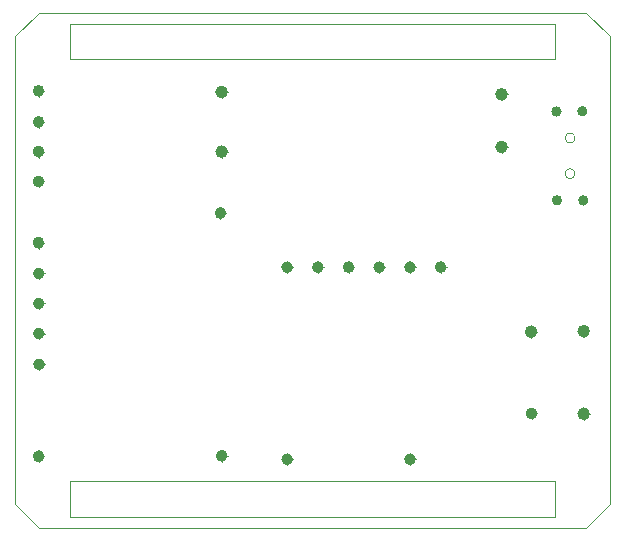
<source format=gbr>
%TF.GenerationSoftware,KiCad,Pcbnew,9.0.3*%
%TF.CreationDate,2025-08-13T01:08:13-07:00*%
%TF.ProjectId,TGslimeblahbal,5447736c-696d-4656-926c-616862616c2e,rev?*%
%TF.SameCoordinates,Original*%
%TF.FileFunction,Profile,NP*%
%FSLAX46Y46*%
G04 Gerber Fmt 4.6, Leading zero omitted, Abs format (unit mm)*
G04 Created by KiCad (PCBNEW 9.0.3) date 2025-08-13 01:08:13*
%MOMM*%
%LPD*%
G01*
G04 APERTURE LIST*
%TA.AperFunction,Profile*%
%ADD10C,0.100000*%
%TD*%
%TA.AperFunction,Profile*%
%ADD11C,0.500000*%
%TD*%
%TA.AperFunction,Profile*%
%ADD12C,0.050000*%
%TD*%
%TA.AperFunction,Profile*%
%ADD13C,0.080000*%
%TD*%
%TA.AperFunction,Profile*%
%ADD14C,0.400000*%
%TD*%
G04 APERTURE END LIST*
D10*
X163188000Y-78470000D02*
X164188000Y-78470000D01*
X153943850Y-72989100D02*
X152943850Y-72989100D01*
X151343850Y-72989100D02*
X150343850Y-72989100D01*
X137500000Y-62700000D02*
X137500000Y-63700000D01*
D11*
X122246024Y-58048854D02*
G75*
G02*
X121746024Y-58048854I-250000J0D01*
G01*
X121746024Y-58048854D02*
G75*
G02*
X122246024Y-58048854I250000J0D01*
G01*
D10*
X167638000Y-78420000D02*
X168638000Y-78420000D01*
D11*
X137750000Y-88950000D02*
G75*
G02*
X137250000Y-88950000I-250000J0D01*
G01*
X137250000Y-88950000D02*
G75*
G02*
X137750000Y-88950000I250000J0D01*
G01*
D10*
X168138000Y-78920000D02*
X168138000Y-77920000D01*
D11*
X122246024Y-60688854D02*
G75*
G02*
X121746024Y-60688854I-250000J0D01*
G01*
X121746024Y-60688854D02*
G75*
G02*
X122246024Y-60688854I250000J0D01*
G01*
D10*
X153443850Y-73489100D02*
X153443850Y-72489100D01*
D11*
X161480000Y-62820000D02*
G75*
G02*
X160980000Y-62820000I-250000J0D01*
G01*
X160980000Y-62820000D02*
G75*
G02*
X161480000Y-62820000I250000J0D01*
G01*
X168388000Y-78420000D02*
G75*
G02*
X167888000Y-78420000I-250000J0D01*
G01*
X167888000Y-78420000D02*
G75*
G02*
X168388000Y-78420000I250000J0D01*
G01*
D10*
X143550000Y-89250000D02*
X142550000Y-89250000D01*
X122516024Y-73517708D02*
X121516024Y-73517708D01*
D11*
X122266024Y-73517708D02*
G75*
G02*
X121766024Y-73517708I-250000J0D01*
G01*
X121766024Y-73517708D02*
G75*
G02*
X122266024Y-73517708I250000J0D01*
G01*
D10*
X122496024Y-60688854D02*
X121496024Y-60688854D01*
X164200000Y-78450000D02*
G75*
G02*
X163200000Y-78450000I-500000J0D01*
G01*
X163200000Y-78450000D02*
G75*
G02*
X164200000Y-78450000I500000J0D01*
G01*
X121996024Y-57548854D02*
X121996024Y-58548854D01*
X122539874Y-81217264D02*
X121539874Y-81217264D01*
X122000000Y-88500000D02*
X122000000Y-89500000D01*
D11*
X168438000Y-85420000D02*
G75*
G02*
X167938000Y-85420000I-250000J0D01*
G01*
X167938000Y-85420000D02*
G75*
G02*
X168438000Y-85420000I250000J0D01*
G01*
D10*
X146143850Y-72989100D02*
X145143850Y-72989100D01*
X138000000Y-58150000D02*
X137000000Y-58150000D01*
X168650000Y-85400000D02*
G75*
G02*
X167650000Y-85400000I-500000J0D01*
G01*
X167650000Y-85400000D02*
G75*
G02*
X168650000Y-85400000I500000J0D01*
G01*
X161230000Y-62320000D02*
X161230000Y-63320000D01*
X168188000Y-85920000D02*
X168188000Y-84920000D01*
D12*
X124700000Y-91100000D02*
X165700000Y-91100000D01*
X165700000Y-94100000D01*
X124700000Y-94100000D01*
X124700000Y-91100000D01*
D10*
X148243850Y-73489100D02*
X148243850Y-72489100D01*
X137500000Y-57650000D02*
X137500000Y-58650000D01*
D11*
X137750000Y-63200000D02*
G75*
G02*
X137250000Y-63200000I-250000J0D01*
G01*
X137250000Y-63200000D02*
G75*
G02*
X137750000Y-63200000I250000J0D01*
G01*
D10*
X161700000Y-62800000D02*
G75*
G02*
X160700000Y-62800000I-500000J0D01*
G01*
X160700000Y-62800000D02*
G75*
G02*
X161700000Y-62800000I500000J0D01*
G01*
X122016024Y-78100000D02*
X122016024Y-79100000D01*
D11*
X156293850Y-72989100D02*
G75*
G02*
X155793850Y-72989100I-250000J0D01*
G01*
X155793850Y-72989100D02*
G75*
G02*
X156293850Y-72989100I250000J0D01*
G01*
X137750000Y-58150000D02*
G75*
G02*
X137250000Y-58150000I-250000J0D01*
G01*
X137250000Y-58150000D02*
G75*
G02*
X137750000Y-58150000I250000J0D01*
G01*
D10*
X138000000Y-58150000D02*
G75*
G02*
X137000000Y-58150000I-500000J0D01*
G01*
X137000000Y-58150000D02*
G75*
G02*
X138000000Y-58150000I500000J0D01*
G01*
X122016024Y-75558854D02*
X122016024Y-76558854D01*
D11*
X161460000Y-58340000D02*
G75*
G02*
X160960000Y-58340000I-250000J0D01*
G01*
X160960000Y-58340000D02*
G75*
G02*
X161460000Y-58340000I250000J0D01*
G01*
X122246024Y-63198854D02*
G75*
G02*
X121746024Y-63198854I-250000J0D01*
G01*
X121746024Y-63198854D02*
G75*
G02*
X122246024Y-63198854I250000J0D01*
G01*
X163988000Y-85370000D02*
G75*
G02*
X163488000Y-85370000I-250000J0D01*
G01*
X163488000Y-85370000D02*
G75*
G02*
X163988000Y-85370000I250000J0D01*
G01*
D12*
X170350000Y-53430000D02*
X168350000Y-51430000D01*
D13*
X168434000Y-59776085D02*
G75*
G02*
X167634000Y-59776085I-400000J0D01*
G01*
X167634000Y-59776085D02*
G75*
G02*
X168434000Y-59776085I400000J0D01*
G01*
D12*
X120020000Y-93050000D02*
X120020000Y-53430000D01*
D10*
X160730000Y-62820000D02*
X161730000Y-62820000D01*
X160710000Y-58340000D02*
X161710000Y-58340000D01*
X122516024Y-76058854D02*
X121516024Y-76058854D01*
X122496024Y-63198854D02*
X121496024Y-63198854D01*
D11*
X145893850Y-72989100D02*
G75*
G02*
X145393850Y-72989100I-250000J0D01*
G01*
X145393850Y-72989100D02*
G75*
G02*
X145893850Y-72989100I250000J0D01*
G01*
D10*
X122516024Y-76058854D02*
X121516024Y-76058854D01*
D11*
X143293850Y-72989100D02*
G75*
G02*
X142793850Y-72989100I-250000J0D01*
G01*
X142793850Y-72989100D02*
G75*
G02*
X143293850Y-72989100I250000J0D01*
G01*
X122266024Y-76058854D02*
G75*
G02*
X121766024Y-76058854I-250000J0D01*
G01*
X121766024Y-76058854D02*
G75*
G02*
X122266024Y-76058854I250000J0D01*
G01*
D10*
X137500000Y-88450000D02*
X137500000Y-89450000D01*
X153950000Y-89250000D02*
X152950000Y-89250000D01*
X121996024Y-70408854D02*
X121996024Y-71408854D01*
X122496024Y-65728854D02*
X121496024Y-65728854D01*
D11*
X137650000Y-68400000D02*
G75*
G02*
X137150000Y-68400000I-250000J0D01*
G01*
X137150000Y-68400000D02*
G75*
G02*
X137650000Y-68400000I250000J0D01*
G01*
D10*
X163738000Y-85870000D02*
X163738000Y-84870000D01*
X122500000Y-89000000D02*
X121500000Y-89000000D01*
D12*
X168350000Y-51430000D02*
X122020000Y-51430000D01*
D10*
X167688000Y-85420000D02*
X168688000Y-85420000D01*
D11*
X143300000Y-89250000D02*
G75*
G02*
X142800000Y-89250000I-250000J0D01*
G01*
X142800000Y-89250000D02*
G75*
G02*
X143300000Y-89250000I250000J0D01*
G01*
D12*
X167424264Y-65075736D02*
G75*
G02*
X166575736Y-65075736I-424264J0D01*
G01*
X166575736Y-65075736D02*
G75*
G02*
X167424264Y-65075736I424264J0D01*
G01*
D10*
X156043850Y-73489100D02*
X156043850Y-72489100D01*
X137400000Y-67900000D02*
X137400000Y-68900000D01*
X143050000Y-89750000D02*
X143050000Y-88750000D01*
X122016024Y-75558854D02*
X122016024Y-76558854D01*
X138000000Y-63200000D02*
G75*
G02*
X137000000Y-63200000I-500000J0D01*
G01*
X137000000Y-63200000D02*
G75*
G02*
X138000000Y-63200000I500000J0D01*
G01*
D11*
X122250000Y-89000000D02*
G75*
G02*
X121750000Y-89000000I-250000J0D01*
G01*
X121750000Y-89000000D02*
G75*
G02*
X122250000Y-89000000I250000J0D01*
G01*
D12*
X168350000Y-95050000D02*
X122020000Y-95050000D01*
D10*
X150843850Y-73489100D02*
X150843850Y-72489100D01*
X145643850Y-73489100D02*
X145643850Y-72489100D01*
X138000000Y-88950000D02*
X137000000Y-88950000D01*
D11*
X122266024Y-76058854D02*
G75*
G02*
X121766024Y-76058854I-250000J0D01*
G01*
X121766024Y-76058854D02*
G75*
G02*
X122266024Y-76058854I250000J0D01*
G01*
D10*
X121996024Y-60188854D02*
X121996024Y-61188854D01*
D14*
X166094000Y-67316085D02*
G75*
G02*
X165694000Y-67316085I-200000J0D01*
G01*
X165694000Y-67316085D02*
G75*
G02*
X166094000Y-67316085I200000J0D01*
G01*
D10*
X143543850Y-72989100D02*
X142543850Y-72989100D01*
X138000000Y-63200000D02*
X137000000Y-63200000D01*
D14*
X168234000Y-59776085D02*
G75*
G02*
X167834000Y-59776085I-200000J0D01*
G01*
X167834000Y-59776085D02*
G75*
G02*
X168234000Y-59776085I200000J0D01*
G01*
D10*
X143043850Y-73489100D02*
X143043850Y-72489100D01*
X122039874Y-80717264D02*
X122039874Y-81717264D01*
X121996024Y-65228854D02*
X121996024Y-66228854D01*
D12*
X167424264Y-62050000D02*
G75*
G02*
X166575736Y-62050000I-424264J0D01*
G01*
X166575736Y-62050000D02*
G75*
G02*
X167424264Y-62050000I424264J0D01*
G01*
D13*
X166244000Y-59796085D02*
G75*
G02*
X165444000Y-59796085I-400000J0D01*
G01*
X165444000Y-59796085D02*
G75*
G02*
X166244000Y-59796085I400000J0D01*
G01*
D11*
X153693850Y-72989100D02*
G75*
G02*
X153193850Y-72989100I-250000J0D01*
G01*
X153193850Y-72989100D02*
G75*
G02*
X153693850Y-72989100I250000J0D01*
G01*
D13*
X168524000Y-67326085D02*
G75*
G02*
X167724000Y-67326085I-400000J0D01*
G01*
X167724000Y-67326085D02*
G75*
G02*
X168524000Y-67326085I400000J0D01*
G01*
D11*
X122246024Y-70908854D02*
G75*
G02*
X121746024Y-70908854I-250000J0D01*
G01*
X121746024Y-70908854D02*
G75*
G02*
X122246024Y-70908854I250000J0D01*
G01*
D10*
X137900000Y-68400000D02*
X136900000Y-68400000D01*
D11*
X148493850Y-72989100D02*
G75*
G02*
X147993850Y-72989100I-250000J0D01*
G01*
X147993850Y-72989100D02*
G75*
G02*
X148493850Y-72989100I250000J0D01*
G01*
D10*
X163238000Y-85370000D02*
X164238000Y-85370000D01*
D12*
X120020000Y-93050000D02*
X122020000Y-95050000D01*
D10*
X148743850Y-72989100D02*
X147743850Y-72989100D01*
D11*
X122266024Y-78600000D02*
G75*
G02*
X121766024Y-78600000I-250000J0D01*
G01*
X121766024Y-78600000D02*
G75*
G02*
X122266024Y-78600000I250000J0D01*
G01*
D14*
X168324000Y-67326085D02*
G75*
G02*
X167924000Y-67326085I-200000J0D01*
G01*
X167924000Y-67326085D02*
G75*
G02*
X168324000Y-67326085I200000J0D01*
G01*
X166044000Y-59796085D02*
G75*
G02*
X165644000Y-59796085I-200000J0D01*
G01*
X165644000Y-59796085D02*
G75*
G02*
X166044000Y-59796085I200000J0D01*
G01*
D10*
X163688000Y-78970000D02*
X163688000Y-77970000D01*
D12*
X170350000Y-93050000D02*
X168350000Y-95050000D01*
X120020000Y-53430000D02*
X122020000Y-51430000D01*
D11*
X153700000Y-89250000D02*
G75*
G02*
X153200000Y-89250000I-250000J0D01*
G01*
X153200000Y-89250000D02*
G75*
G02*
X153700000Y-89250000I250000J0D01*
G01*
D10*
X122516024Y-78600000D02*
X121516024Y-78600000D01*
X161700000Y-58350000D02*
G75*
G02*
X160700000Y-58350000I-500000J0D01*
G01*
X160700000Y-58350000D02*
G75*
G02*
X161700000Y-58350000I500000J0D01*
G01*
X161210000Y-57840000D02*
X161210000Y-58840000D01*
X121996024Y-62698854D02*
X121996024Y-63698854D01*
X156543850Y-72989100D02*
X155543850Y-72989100D01*
X122496024Y-70908854D02*
X121496024Y-70908854D01*
X122016024Y-73017708D02*
X122016024Y-74017708D01*
X168650000Y-78400000D02*
G75*
G02*
X167650000Y-78400000I-500000J0D01*
G01*
X167650000Y-78400000D02*
G75*
G02*
X168650000Y-78400000I500000J0D01*
G01*
D11*
X151093850Y-72989100D02*
G75*
G02*
X150593850Y-72989100I-250000J0D01*
G01*
X150593850Y-72989100D02*
G75*
G02*
X151093850Y-72989100I250000J0D01*
G01*
D10*
X122496024Y-58048854D02*
X121496024Y-58048854D01*
D12*
X124700000Y-52400000D02*
X165700000Y-52400000D01*
X165700000Y-55400000D01*
X124700000Y-55400000D01*
X124700000Y-52400000D01*
D13*
X166294000Y-67316085D02*
G75*
G02*
X165494000Y-67316085I-400000J0D01*
G01*
X165494000Y-67316085D02*
G75*
G02*
X166294000Y-67316085I400000J0D01*
G01*
D10*
X153450000Y-89750000D02*
X153450000Y-88750000D01*
D11*
X122289874Y-81217264D02*
G75*
G02*
X121789874Y-81217264I-250000J0D01*
G01*
X121789874Y-81217264D02*
G75*
G02*
X122289874Y-81217264I250000J0D01*
G01*
X163938000Y-78470000D02*
G75*
G02*
X163438000Y-78470000I-250000J0D01*
G01*
X163438000Y-78470000D02*
G75*
G02*
X163938000Y-78470000I250000J0D01*
G01*
X122246024Y-65728854D02*
G75*
G02*
X121746024Y-65728854I-250000J0D01*
G01*
X121746024Y-65728854D02*
G75*
G02*
X122246024Y-65728854I250000J0D01*
G01*
D12*
X170350000Y-93050000D02*
X170350000Y-53430000D01*
M02*

</source>
